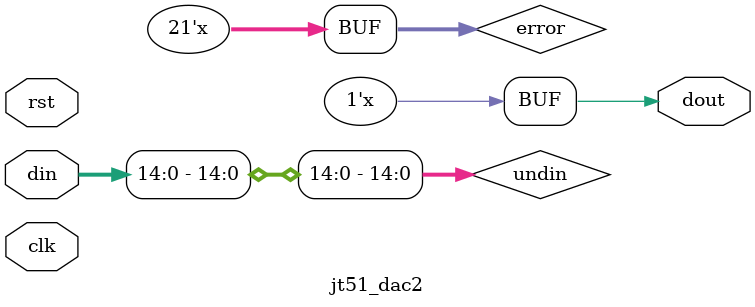
<source format=v>
/*  This file is part of JT51.

    JT51 is free software: you can redistribute it and/or modify
    it under the terms of the GNU General Public License as published by
    the Free Software Foundation, either version 3 of the License, or
    (at your option) any later version.

    JT51 is distributed in the hope that it will be useful,
    but WITHOUT ANY WARRANTY; without even the implied warranty of
    MERCHANTABILITY or FITNESS FOR A PARTICULAR PURPOSE.  See the
    GNU General Public License for more details.

    You should have received a copy of the GNU General Public License
    along with JT51.  If not, see <http://www.gnu.org/licenses/>.

	Author: Jose Tejada Gomez. Twitter: @topapate
	Version: 1.0
	Date: March, 9th 2017
	*/

`timescale 1ns / 1ps

/*

	input sampling rate must be the same as clk frequency
    interpolate input signal accordingly to get the
    right sampling rate.
	
	Refer to sigmadelta.ods to see how the internal width (int_w)
	was determined.

*/

module jt51_dac2 #(parameter width=16)
(
	input	clk,
    input	rst,
    input	signed [width-1:0] din,
    output	reg dout
);

parameter int_w = width+5;

reg [int_w-1:0] y, error, error_1, error_2;

wire [width-1:0] undin = { ~din[width-1], din[width-2:0] };

always @(*) begin
	y <= undin + { error_1, 1'b0} - error_2;
	dout <= ~y[int_w-1];
	error <= y - {dout, {width{1'b0}}};
end

always @(posedge clk)
	if( rst ) begin
		error_1 <= {int_w{1'b0}};
		error_2 <= {int_w{1'b0}};
	end else begin
		error_1 <= error;
		error_2 <= error_1;
	end

endmodule

</source>
